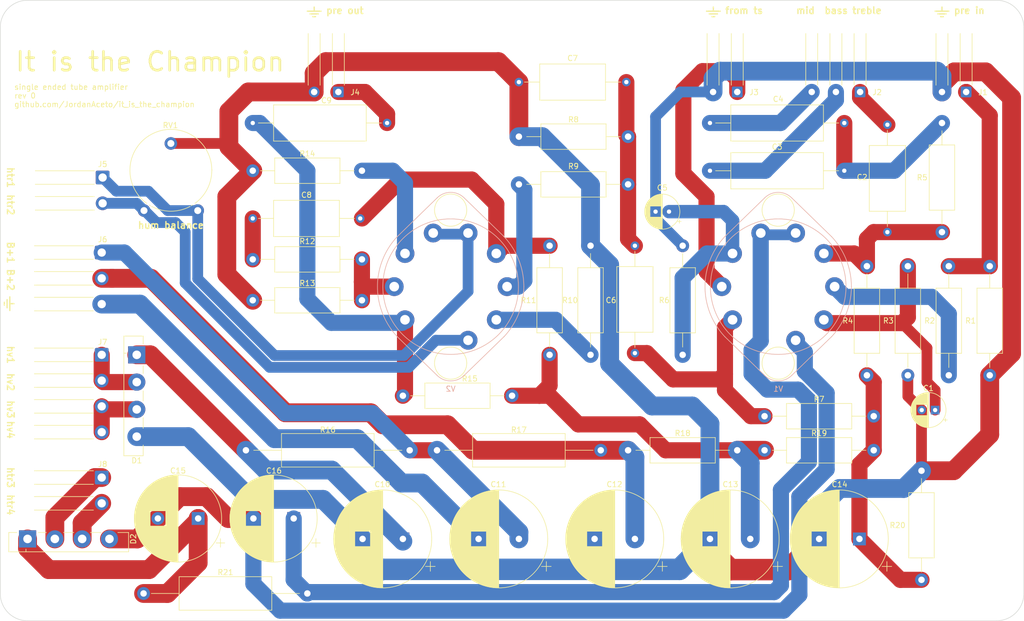
<source format=kicad_pcb>
(kicad_pcb (version 20171130) (host pcbnew 5.1.10-88a1d61d58~90~ubuntu20.04.1)
  (title_block (title "It is the Champion") (date 2021-08-17) (rev 0) (comment 1 creativecommons.org/licenses/by/4.0/) (comment 2 "License: CC by 4.0") (comment 3 "Author: Jordan Aceto"))
  (layers (0 F.Cu signal) (31 B.Cu signal) (34 B.Paste user) (35 F.Paste user) (36 B.SilkS user) (37 F.SilkS user) (38 B.Mask user) (39 F.Mask user) (44 Edge.Cuts user))
  (net 0 "")
  (net 1 Earth)
  (net 2 "Net-(C1-Pad1)")
  (net 3 "Net-(C2-Pad2)")
  (net 4 "Net-(C2-Pad1)")
  (net 5 "Net-(C3-Pad2)")
  (net 6 "Net-(C3-Pad1)")
  (net 7 "Net-(C4-Pad1)")
  (net 8 "Net-(C5-Pad1)")
  (net 9 "Net-(C6-Pad2)")
  (net 10 "Net-(C6-Pad1)")
  (net 11 "Net-(C8-Pad2)")
  (net 12 "Net-(C8-Pad1)")
  (net 13 "Net-(C9-Pad2)")
  (net 14 /preamp/audio_out)
  (net 15 "Net-(C10-Pad1)")
  (net 16 "Net-(D1-Pad2)")
  (net 17 "Net-(D1-Pad3)")
  (net 18 "Net-(C15-Pad1)")
  (net 19 "Net-(D2-Pad2)")
  (net 20 "Net-(D2-Pad3)")
  (net 21 /preamp/audio_in)
  (net 22 "Net-(J3-Pad1)")
  (net 23 B+_2)
  (net 24 B+_1)
  (net 25 "Net-(R2-Pad1)")
  (net 26 B+_4)
  (net 27 "Net-(R9-Pad1)")
  (net 28 "Net-(R10-Pad1)")
  (net 29 B+_3)
  (net 30 "Net-(R12-Pad2)")
  (net 31 "Net-(R14-Pad1)")
  (net 32 "Net-(C16-Pad1)")
  (net 33 "Net-(J5-Pad2)")
  (net 34 "Net-(J5-Pad1)")
  (module Capacitor_THT:CP_Radial_D16.0mm_P7.50mm (layer F.Cu) (at 44.45 121.92 180)
    (fp_text reference C16 (at 3.683 8.89) (layer F.SilkS))
    (fp_text value "10000u 10v")
    (pad 2 thru_hole circle (at 7.5 0 180) (size 2.4 2.4) (drill 1.2) (layers *.Cu *.Mask) (net 1 Earth))
    (pad 1 thru_hole rect (at 0 0 180) (size 2.4 2.4) (drill 1.2) (layers *.Cu *.Mask) (net 32 "Net-(C16-Pad1)"))
  )
  (module Capacitor_THT:CP_Radial_D16.0mm_P7.50mm (layer F.Cu) (at 26.67 121.92 180)
    (fp_text reference C15 (at 3.75 8.89) (layer F.SilkS))
    (fp_text value "10000u 10v")
    (pad 2 thru_hole circle (at 7.5 0 180) (size 2.4 2.4) (drill 1.2) (layers *.Cu *.Mask) (net 1 Earth))
    (pad 1 thru_hole rect (at 0 0 180) (size 2.4 2.4) (drill 1.2) (layers *.Cu *.Mask) (net 18 "Net-(C15-Pad1)"))
  )
  (module Resistor_THT:R_Axial_DIN0414_L11.9mm_D4.5mm_P20.32mm_Horizontal (layer F.Cu) (at 116.84 91.44 90)
    (fp_text reference R6 (at 10.16 -3.429 180) (layer F.SilkS))
    (fp_text value 2k7)
    (pad 2 thru_hole oval (at 20.32 0 90) (size 2.4 2.4) (drill 1.2) (layers *.Cu *.Mask) (net 1 Earth))
    (pad 1 thru_hole circle (at 0 0 90) (size 2.4 2.4) (drill 1.2) (layers *.Cu *.Mask) (net 8 "Net-(C5-Pad1)"))
  )
  (module Connector_Wire:SolderWire-0.75sqmm_1x02_P4.8mm_D1.25mm_OD2.3mm_Relief (layer F.Cu) (at 8.72 114.3 270)
    (fp_text reference J8 (at -2.485 -0.17 180) (layer F.SilkS))
    (fp_text value dc_htr_pcb)
    (pad "" np_thru_hole circle (at 4.8 13.8 270) (size 2.8 2.8) (drill 2.8) (layers *.Cu *.Mask))
    (pad "" np_thru_hole circle (at 0 13.8 270) (size 2.8 2.8) (drill 2.8) (layers *.Cu *.Mask))
    (pad 2 thru_hole circle (at 4.8 0 270) (size 2.55 2.55) (drill 1.55) (layers *.Cu *.Mask) (net 20 "Net-(D2-Pad3)"))
    (pad 1 thru_hole roundrect (at 0 0 270) (size 2.55 2.55) (drill 1.55) (layers *.Cu *.Mask) (roundrect_rratio 0.09803882352941176) (net 19 "Net-(D2-Pad2)"))
  )
  (module Diode_THT:Diode_Bridge_Vishay_GBU (layer F.Cu) (at 15.24 91.44 270)
    (fp_text reference D1 (at 19.685 0) (layer F.SilkS))
    (fp_text value GBU4M)
    (pad 1 thru_hole rect (at 0 0 270) (size 3.2 3.2) (drill 1.6) (layers *.Cu *.Mask) (net 15 "Net-(C10-Pad1)"))
    (pad 2 thru_hole circle (at 5.08 0 270) (size 3.2 3.2) (drill 1.6) (layers *.Cu *.Mask) (net 16 "Net-(D1-Pad2)"))
    (pad 3 thru_hole circle (at 10.16 0 270) (size 3.2 3.2) (drill 1.6) (layers *.Cu *.Mask) (net 17 "Net-(D1-Pad3)"))
    (pad 4 thru_hole circle (at 15.24 0 270) (size 3.2 3.2) (drill 1.6) (layers *.Cu *.Mask) (net 1 Earth))
  )
  (module Capacitor_THT:CP_Radial_D18.0mm_P7.50mm (layer F.Cu) (at 149.74 125.73 180)
    (fp_text reference C14 (at 3.69 10.16) (layer F.SilkS))
    (fp_text value "56u 450v")
    (pad 2 thru_hole circle (at 7.5 0 180) (size 2.4 2.4) (drill 1.2) (layers *.Cu *.Mask) (net 1 Earth))
    (pad 1 thru_hole rect (at 0 0 180) (size 2.4 2.4) (drill 1.2) (layers *.Cu *.Mask) (net 26 B+_4))
  )
  (module Capacitor_THT:CP_Radial_D18.0mm_P7.50mm (layer F.Cu) (at 129.42 125.73 180)
    (fp_text reference C13 (at 3.69 10.16) (layer F.SilkS))
    (fp_text value "56u 450v")
    (pad 2 thru_hole circle (at 7.5 0 180) (size 2.4 2.4) (drill 1.2) (layers *.Cu *.Mask) (net 1 Earth))
    (pad 1 thru_hole rect (at 0 0 180) (size 2.4 2.4) (drill 1.2) (layers *.Cu *.Mask) (net 29 B+_3))
  )
  (module Capacitor_THT:CP_Radial_D18.0mm_P7.50mm (layer F.Cu) (at 107.95 125.73 180)
    (fp_text reference C12 (at 3.81 10.16) (layer F.SilkS))
    (fp_text value "56u 450v")
    (pad 2 thru_hole circle (at 7.5 0 180) (size 2.4 2.4) (drill 1.2) (layers *.Cu *.Mask) (net 1 Earth))
    (pad 1 thru_hole rect (at 0 0 180) (size 2.4 2.4) (drill 1.2) (layers *.Cu *.Mask) (net 23 B+_2))
  )
  (module Capacitor_THT:CP_Radial_D18.0mm_P7.50mm (layer F.Cu) (at 86.36 125.73 180)
    (fp_text reference C11 (at 3.81 10.16) (layer F.SilkS))
    (fp_text value "56u 450v")
    (pad 2 thru_hole circle (at 7.5 0 180) (size 2.4 2.4) (drill 1.2) (layers *.Cu *.Mask) (net 1 Earth))
    (pad 1 thru_hole rect (at 0 0 180) (size 2.4 2.4) (drill 1.2) (layers *.Cu *.Mask) (net 24 B+_1))
  )
  (module Capacitor_THT:CP_Radial_D18.0mm_P7.50mm (layer F.Cu) (at 64.77 125.73 180)
    (fp_text reference C10 (at 3.81 10.16) (layer F.SilkS))
    (fp_text value "56u 450v")
    (pad 2 thru_hole circle (at 7.5 0 180) (size 2.4 2.4) (drill 1.2) (layers *.Cu *.Mask) (net 1 Earth))
    (pad 1 thru_hole rect (at 0 0 180) (size 2.4 2.4) (drill 1.2) (layers *.Cu *.Mask) (net 15 "Net-(C10-Pad1)"))
  )
  (module custom_footprints:signal_wire_connector_2 (layer F.Cu) (at 52.76 42.48 180)
    (fp_text reference J4 (at -3.12 -0.065 180) (layer F.SilkS))
    (fp_text value pa_pcb)
    (pad 1 thru_hole roundrect (at 0 0 180) (size 2 2) (drill 1.2) (layers *.Cu *.Mask) (roundrect_rratio 0.125) (net 14 /preamp/audio_out))
    (pad 2 thru_hole circle (at 4.5 0 180) (size 2 2) (drill 1.2) (layers *.Cu *.Mask) (net 1 Earth))
    (pad "" np_thru_hole circle (at 0 12 180) (size 2.5 2.5) (drill 2.5) (layers *.Cu *.Mask))
    (pad "" np_thru_hole circle (at 4.5 12 180) (size 2.5 2.5) (drill 2.5) (layers *.Cu *.Mask))
  )
  (module custom_footprints:signal_wire_connector_2 (layer F.Cu) (at 127 42.48 180)
    (fp_text reference J3 (at -3.12 -0.065 180) (layer F.SilkS))
    (fp_text value gain_pcb)
    (pad 1 thru_hole roundrect (at 0 0 180) (size 2 2) (drill 1.2) (layers *.Cu *.Mask) (roundrect_rratio 0.125) (net 22 "Net-(J3-Pad1)"))
    (pad 2 thru_hole circle (at 4.5 0 180) (size 2 2) (drill 1.2) (layers *.Cu *.Mask) (net 1 Earth))
    (pad "" np_thru_hole circle (at 0 12 180) (size 2.5 2.5) (drill 2.5) (layers *.Cu *.Mask))
    (pad "" np_thru_hole circle (at 4.5 12 180) (size 2.5 2.5) (drill 2.5) (layers *.Cu *.Mask))
  )
  (module custom_footprints:signal_wire_connector_3 (layer F.Cu) (at 149.86 42.48 180)
    (fp_text reference J2 (at -3.175 -0.065 180) (layer F.SilkS))
    (fp_text value ts_pcb)
    (pad 1 thru_hole roundrect (at 0 0 180) (size 2 2) (drill 1.2) (layers *.Cu *.Mask) (roundrect_rratio 0.125) (net 4 "Net-(C2-Pad1)"))
    (pad 2 thru_hole circle (at 4.5 0 180) (size 2 2) (drill 1.2) (layers *.Cu *.Mask) (net 6 "Net-(C3-Pad1)"))
    (pad 3 thru_hole circle (at 9 0 180) (size 2 2) (drill 1.2) (layers *.Cu *.Mask) (net 7 "Net-(C4-Pad1)"))
    (pad "" np_thru_hole circle (at 0 12 180) (size 2.5 2.5) (drill 2.5) (layers *.Cu *.Mask))
    (pad "" np_thru_hole circle (at 4.5 12 180) (size 2.5 2.5) (drill 2.5) (layers *.Cu *.Mask))
    (pad "" np_thru_hole circle (at 9 12 180) (size 2.5 2.5) (drill 2.5) (layers *.Cu *.Mask))
  )
  (module custom_footprints:signal_wire_connector_2 (layer F.Cu) (at 169.6 42.48 180)
    (fp_text reference J1 (at -3.12 -0.065 180) (layer F.SilkS))
    (fp_text value in_pcb)
    (pad 1 thru_hole roundrect (at 0 0 180) (size 2 2) (drill 1.2) (layers *.Cu *.Mask) (roundrect_rratio 0.125) (net 21 /preamp/audio_in))
    (pad 2 thru_hole circle (at 4.5 0 180) (size 2 2) (drill 1.2) (layers *.Cu *.Mask) (net 1 Earth))
    (pad "" np_thru_hole circle (at 0 12 180) (size 2.5 2.5) (drill 2.5) (layers *.Cu *.Mask))
    (pad "" np_thru_hole circle (at 4.5 12 180) (size 2.5 2.5) (drill 2.5) (layers *.Cu *.Mask))
  )
  (module Diode_THT:Diode_Bridge_Vishay_GBU (layer F.Cu) (at -5.08 125.73)
    (fp_text reference D2 (at 19.685 0 90) (layer F.SilkS))
    (fp_text value GBU4M)
    (pad 1 thru_hole rect (at 0 0) (size 3.2 3.2) (drill 1.6) (layers *.Cu *.Mask) (net 18 "Net-(C15-Pad1)"))
    (pad 2 thru_hole circle (at 5.08 0) (size 3.2 3.2) (drill 1.6) (layers *.Cu *.Mask) (net 19 "Net-(D2-Pad2)"))
    (pad 3 thru_hole circle (at 10.16 0) (size 3.2 3.2) (drill 1.6) (layers *.Cu *.Mask) (net 20 "Net-(D2-Pad3)"))
    (pad 4 thru_hole circle (at 15.24 0) (size 3.2 3.2) (drill 1.6) (layers *.Cu *.Mask) (net 1 Earth))
  )
  (module Connector_Wire:SolderWire-0.75sqmm_1x02_P4.8mm_D1.25mm_OD2.3mm_Relief (layer F.Cu) (at 8.89 58.42 270)
    (fp_text reference J5 (at -2.485 0 180) (layer F.SilkS))
    (fp_text value ac_htr_pcb)
    (pad "" np_thru_hole circle (at 4.8 13.8 270) (size 2.8 2.8) (drill 2.8) (layers *.Cu *.Mask))
    (pad "" np_thru_hole circle (at 0 13.8 270) (size 2.8 2.8) (drill 2.8) (layers *.Cu *.Mask))
    (pad 2 thru_hole circle (at 4.8 0 270) (size 2.55 2.55) (drill 1.55) (layers *.Cu *.Mask) (net 33 "Net-(J5-Pad2)"))
    (pad 1 thru_hole roundrect (at 0 0 270) (size 2.55 2.55) (drill 1.55) (layers *.Cu *.Mask) (roundrect_rratio 0.09803882352941176) (net 34 "Net-(J5-Pad1)"))
  )
  (module Connector_Wire:SolderWire-0.75sqmm_1x04_P4.8mm_D1.25mm_OD2.3mm_Relief (layer F.Cu) (at 8.72 91.44 270)
    (fp_text reference J7 (at -2.375 -0.17 180) (layer F.SilkS))
    (fp_text value high_voltage_pcb)
    (pad "" np_thru_hole circle (at 14.4 13.8 270) (size 2.8 2.8) (drill 2.8) (layers *.Cu *.Mask))
    (pad "" np_thru_hole circle (at 9.6 13.8 270) (size 2.8 2.8) (drill 2.8) (layers *.Cu *.Mask))
    (pad "" np_thru_hole circle (at 4.8 13.8 270) (size 2.8 2.8) (drill 2.8) (layers *.Cu *.Mask))
    (pad "" np_thru_hole circle (at 0 13.8 270) (size 2.8 2.8) (drill 2.8) (layers *.Cu *.Mask))
    (pad 4 thru_hole circle (at 14.4 0 270) (size 2.55 2.55) (drill 1.55) (layers *.Cu *.Mask) (net 17 "Net-(D1-Pad3)"))
    (pad 3 thru_hole circle (at 9.6 0 270) (size 2.55 2.55) (drill 1.55) (layers *.Cu *.Mask) (net 17 "Net-(D1-Pad3)"))
    (pad 2 thru_hole circle (at 4.8 0 270) (size 2.55 2.55) (drill 1.55) (layers *.Cu *.Mask) (net 16 "Net-(D1-Pad2)"))
    (pad 1 thru_hole roundrect (at 0 0 270) (size 2.55 2.55) (drill 1.55) (layers *.Cu *.Mask) (roundrect_rratio 0.09803882352941176) (net 16 "Net-(D1-Pad2)"))
  )
  (module Connector_Wire:SolderWire-0.75sqmm_1x03_P4.8mm_D1.25mm_OD2.3mm_Relief (layer F.Cu) (at 8.72 72.39 270)
    (fp_text reference J6 (at -2.43 -0.17 180) (layer F.SilkS))
    (fp_text value pa_b+_pcb)
    (pad "" np_thru_hole circle (at 9.6 13.8 270) (size 2.8 2.8) (drill 2.8) (layers *.Cu *.Mask))
    (pad "" np_thru_hole circle (at 4.8 13.8 270) (size 2.8 2.8) (drill 2.8) (layers *.Cu *.Mask))
    (pad "" np_thru_hole circle (at 0 13.8 270) (size 2.8 2.8) (drill 2.8) (layers *.Cu *.Mask))
    (pad 3 thru_hole circle (at 9.6 0 270) (size 2.55 2.55) (drill 1.55) (layers *.Cu *.Mask) (net 1 Earth))
    (pad 2 thru_hole circle (at 4.8 0 270) (size 2.55 2.55) (drill 1.55) (layers *.Cu *.Mask) (net 23 B+_2))
    (pad 1 thru_hole roundrect (at 0 0 270) (size 2.55 2.55) (drill 1.55) (layers *.Cu *.Mask) (roundrect_rratio 0.09803882352941176) (net 24 B+_1))
  )
  (module custom_footprints:belton_9_pin_pcb_mount_socket (layer B.Cu) (at 134.62 78.74)
    (fp_text reference V1 (at 0 19.05 180) (layer B.SilkS) (effects (justify mirror)))
    (fp_text value 12AX7)
    (pad 1 thru_hole oval (at -8.494678 6.171745) (size 3.5 3.5) (drill 1.8) (layers *.Cu *.Mask) (net 9 "Net-(C6-Pad2)"))
    (pad 2 thru_hole oval (at -10.5 0) (size 3.5 3.5) (drill 1.8) (layers *.Cu *.Mask) (net 22 "Net-(J3-Pad1)"))
    (pad 3 thru_hole oval (at -8.494678 -6.171745) (size 3.5 3.5) (drill 1.8) (layers *.Cu *.Mask) (net 8 "Net-(C5-Pad1)"))
    (pad 4 thru_hole oval (at -3.244678 -9.986093) (size 3.5 3.5) (drill 1.8) (layers *.Cu *.Mask) (net 32 "Net-(C16-Pad1)"))
    (pad 5 thru_hole oval (at 3.244678 -9.986093) (size 3.5 3.5) (drill 1.8) (layers *.Cu *.Mask) (net 32 "Net-(C16-Pad1)"))
    (pad 6 thru_hole oval (at 8.494678 -6.171745) (size 3.5 3.5) (drill 1.8) (layers *.Cu *.Mask) (net 3 "Net-(C2-Pad2)"))
    (pad 7 thru_hole oval (at 10.5 0) (size 3.5 3.5) (drill 1.8) (layers *.Cu *.Mask) (net 25 "Net-(R2-Pad1)"))
    (pad 8 thru_hole oval (at 8.494678 6.171745) (size 3.5 3.5) (drill 1.8) (layers *.Cu *.Mask) (net 2 "Net-(C1-Pad1)"))
    (pad 9 thru_hole oval (at 3.244678 9.986093) (size 3.5 3.5) (drill 1.8) (layers *.Cu *.Mask) (net 1 Earth))
    (pad "" np_thru_hole circle (at 0 14.25) (size 3.1 3.1) (drill 3.1) (layers *.Cu *.Mask))
    (pad "" np_thru_hole circle (at 0 -14.25) (size 3.1 3.1) (drill 3.1) (layers *.Cu *.Mask))
    (pad "" np_thru_hole circle (at 0 0) (size 3.1 3.1) (drill 3.1) (layers *.Cu *.Mask))
  )
  (module custom_footprints:belton_9_pin_pcb_mount_socket (layer B.Cu) (at 73.66 78.74)
    (fp_text reference V2 (at 0 19.05) (layer B.SilkS) (effects (justify mirror)))
    (fp_text value 12AX7)
    (pad 1 thru_hole oval (at -8.494678 6.171745) (size 3.5 3.5) (drill 1.8) (layers *.Cu *.Mask) (net 13 "Net-(C9-Pad2)"))
    (pad 2 thru_hole oval (at -10.5 0) (size 3.5 3.5) (drill 1.8) (layers *.Cu *.Mask) (net 30 "Net-(R12-Pad2)"))
    (pad 3 thru_hole oval (at -8.494678 -6.171745) (size 3.5 3.5) (drill 1.8) (layers *.Cu *.Mask) (net 31 "Net-(R14-Pad1)"))
    (pad 4 thru_hole oval (at -3.244678 -9.986093) (size 3.5 3.5) (drill 1.8) (layers *.Cu *.Mask) (net 34 "Net-(J5-Pad1)"))
    (pad 5 thru_hole oval (at 3.244678 -9.986093) (size 3.5 3.5) (drill 1.8) (layers *.Cu *.Mask) (net 34 "Net-(J5-Pad1)"))
    (pad 6 thru_hole oval (at 8.494678 -6.171745) (size 3.5 3.5) (drill 1.8) (layers *.Cu *.Mask) (net 11 "Net-(C8-Pad2)"))
    (pad 7 thru_hole oval (at 10.5 0) (size 3.5 3.5) (drill 1.8) (layers *.Cu *.Mask) (net 27 "Net-(R9-Pad1)"))
    (pad 8 thru_hole oval (at 8.494678 6.171745) (size 3.5 3.5) (drill 1.8) (layers *.Cu *.Mask) (net 28 "Net-(R10-Pad1)"))
    (pad 9 thru_hole oval (at 3.244678 9.986093) (size 3.5 3.5) (drill 1.8) (layers *.Cu *.Mask) (net 33 "Net-(J5-Pad2)"))
    (pad "" np_thru_hole circle (at 0 14.25) (size 3.1 3.1) (drill 3.1) (layers *.Cu *.Mask))
    (pad "" np_thru_hole circle (at 0 -14.25) (size 3.1 3.1) (drill 3.1) (layers *.Cu *.Mask))
    (pad "" np_thru_hole circle (at 0 0) (size 3.1 3.1) (drill 3.1) (layers *.Cu *.Mask))
  )
  (module MountingHole:MountingHole_3.2mm_M3 (layer F.Cu) (at -5.08 135.89)
    (fp_text reference H4 hide)
    (fp_text value MountingHole)
    (pad 1 np_thru_hole circle (at 0 0) (size 3.2 3.2) (drill 3.2) (layers *.Cu *.Mask))
  )
  (module MountingHole:MountingHole_3.2mm_M3 (layer F.Cu) (at 175.26 135.89)
    (fp_text reference H3 hide)
    (fp_text value MountingHole)
    (pad 1 np_thru_hole circle (at 0 0) (size 3.2 3.2) (drill 3.2) (layers *.Cu *.Mask))
  )
  (module MountingHole:MountingHole_3.2mm_M3 (layer F.Cu) (at 175.26 30.48)
    (fp_text reference H2 hide)
    (fp_text value MountingHole)
    (pad 1 np_thru_hole circle (at 0 0) (size 3.2 3.2) (drill 3.2) (layers *.Cu *.Mask))
  )
  (module MountingHole:MountingHole_3.2mm_M3 (layer F.Cu) (at -5.08 30.48)
    (fp_text reference H1 hide)
    (fp_text value MountingHole)
    (pad 1 np_thru_hole circle (at 0 0) (size 3.2 3.2) (drill 3.2) (layers *.Cu *.Mask))
  )
  (module Capacitor_THT:C_Axial_L12.0mm_D6.5mm_P20.00mm_Horizontal (layer F.Cu) (at 36.83 66.04)
    (fp_text reference C8 (at 10 -4.37) (layer F.SilkS))
    (fp_text value "4n7 450v")
    (pad 2 thru_hole oval (at 20 0) (size 1.6 1.6) (drill 0.8) (layers *.Cu *.Mask) (net 11 "Net-(C8-Pad2)"))
    (pad 1 thru_hole circle (at 0 0) (size 1.6 1.6) (drill 0.8) (layers *.Cu *.Mask) (net 12 "Net-(C8-Pad1)"))
  )
  (module Resistor_THT:R_Axial_DIN0617_L17.0mm_D6.0mm_P30.48mm_Horizontal (layer F.Cu) (at 46.99 135.89 180)
    (fp_text reference R21 (at 15.24 3.937) (layer F.SilkS))
    (fp_text value "3R3 5W")
    (pad 2 thru_hole oval (at 30.48 0 180) (size 2.4 2.4) (drill 1.2) (layers *.Cu *.Mask) (net 18 "Net-(C15-Pad1)"))
    (pad 1 thru_hole circle (at 0 0 180) (size 2.4 2.4) (drill 1.2) (layers *.Cu *.Mask) (net 32 "Net-(C16-Pad1)"))
  )
  (module Potentiometer_THT:Potentiometer_Piher_PT-15-V02_Vertical (layer F.Cu) (at 26.59 64.57 90)
    (fp_text reference RV1 (at 15.875 -5.08 180) (layer F.SilkS))
    (fp_text value 500R)
    (pad 1 thru_hole circle (at 0 0 90) (size 2.34 2.34) (drill 1.3) (layers *.Cu *.Mask) (net 34 "Net-(J5-Pad1)"))
    (pad 2 thru_hole circle (at 12.5 -5 90) (size 2.34 2.34) (drill 1.3) (layers *.Cu *.Mask) (net 1 Earth))
    (pad 3 thru_hole circle (at 0 -10 90) (size 2.34 2.34) (drill 1.3) (layers *.Cu *.Mask) (net 33 "Net-(J5-Pad2)"))
  )
  (module Resistor_THT:R_Axial_DIN0414_L11.9mm_D4.5mm_P20.32mm_Horizontal (layer F.Cu) (at 161.29 133.35 90)
    (fp_text reference R20 (at 10.16 -4.445 180) (layer F.SilkS))
    (fp_text value "220k 1W")
    (pad 2 thru_hole oval (at 20.32 0 90) (size 2.4 2.4) (drill 1.2) (layers *.Cu *.Mask) (net 1 Earth))
    (pad 1 thru_hole circle (at 0 0 90) (size 2.4 2.4) (drill 1.2) (layers *.Cu *.Mask) (net 26 B+_4))
  )
  (module Resistor_THT:R_Axial_DIN0414_L11.9mm_D4.5mm_P20.32mm_Horizontal (layer F.Cu) (at 152.4 109.22 180)
    (fp_text reference R19 (at 10.16 3.175) (layer F.SilkS))
    (fp_text value "10k 1W")
    (pad 2 thru_hole oval (at 20.32 0 180) (size 2.4 2.4) (drill 1.2) (layers *.Cu *.Mask) (net 29 B+_3))
    (pad 1 thru_hole circle (at 0 0 180) (size 2.4 2.4) (drill 1.2) (layers *.Cu *.Mask) (net 26 B+_4))
  )
  (module Resistor_THT:R_Axial_DIN0414_L11.9mm_D4.5mm_P20.32mm_Horizontal (layer F.Cu) (at 127 109.22 180)
    (fp_text reference R18 (at 10.16 3.175) (layer F.SilkS))
    (fp_text value "10k 1W")
    (pad 2 thru_hole oval (at 20.32 0 180) (size 2.4 2.4) (drill 1.2) (layers *.Cu *.Mask) (net 23 B+_2))
    (pad 1 thru_hole circle (at 0 0 180) (size 2.4 2.4) (drill 1.2) (layers *.Cu *.Mask) (net 29 B+_3))
  )
  (module Resistor_THT:R_Axial_DIN0617_L17.0mm_D6.0mm_P30.48mm_Horizontal (layer F.Cu) (at 101.6 109.22 180)
    (fp_text reference R17 (at 15.24 3.81) (layer F.SilkS))
    (fp_text value "5k 5W")
    (pad 2 thru_hole oval (at 30.48 0 180) (size 2.4 2.4) (drill 1.2) (layers *.Cu *.Mask) (net 24 B+_1))
    (pad 1 thru_hole circle (at 0 0 180) (size 2.4 2.4) (drill 1.2) (layers *.Cu *.Mask) (net 23 B+_2))
  )
  (module Resistor_THT:R_Axial_DIN0617_L17.0mm_D6.0mm_P30.48mm_Horizontal (layer F.Cu) (at 66.04 109.22 180)
    (fp_text reference R16 (at 15.24 3.81) (layer F.SilkS))
    (fp_text value "100R 5W")
    (pad 2 thru_hole oval (at 30.48 0 180) (size 2.4 2.4) (drill 1.2) (layers *.Cu *.Mask) (net 15 "Net-(C10-Pad1)"))
    (pad 1 thru_hole circle (at 0 0 180) (size 2.4 2.4) (drill 1.2) (layers *.Cu *.Mask) (net 24 B+_1))
  )
  (module Resistor_THT:R_Axial_DIN0414_L11.9mm_D4.5mm_P20.32mm_Horizontal (layer F.Cu) (at 85.09 99.06 180)
    (fp_text reference R15 (at 7.874 3.175) (layer F.SilkS))
    (fp_text value "100k 1W")
    (pad 2 thru_hole oval (at 20.32 0 180) (size 2.4 2.4) (drill 1.2) (layers *.Cu *.Mask) (net 13 "Net-(C9-Pad2)"))
    (pad 1 thru_hole circle (at 0 0 180) (size 2.4 2.4) (drill 1.2) (layers *.Cu *.Mask) (net 29 B+_3))
  )
  (module Resistor_THT:R_Axial_DIN0414_L11.9mm_D4.5mm_P20.32mm_Horizontal (layer F.Cu) (at 57.15 57.15 180)
    (fp_text reference R14 (at 10.16 3.175) (layer F.SilkS))
    (fp_text value 1k5)
    (pad 2 thru_hole oval (at 20.32 0 180) (size 2.4 2.4) (drill 1.2) (layers *.Cu *.Mask) (net 1 Earth))
    (pad 1 thru_hole circle (at 0 0 180) (size 2.4 2.4) (drill 1.2) (layers *.Cu *.Mask) (net 31 "Net-(R14-Pad1)"))
  )
  (module Resistor_THT:R_Axial_DIN0414_L11.9mm_D4.5mm_P20.32mm_Horizontal (layer F.Cu) (at 57.15 81.28 180)
    (fp_text reference R13 (at 10.16 3.175) (layer F.SilkS))
    (fp_text value 220k)
    (pad 2 thru_hole oval (at 20.32 0 180) (size 2.4 2.4) (drill 1.2) (layers *.Cu *.Mask) (net 1 Earth))
    (pad 1 thru_hole circle (at 0 0 180) (size 2.4 2.4) (drill 1.2) (layers *.Cu *.Mask) (net 30 "Net-(R12-Pad2)"))
  )
  (module Resistor_THT:R_Axial_DIN0414_L11.9mm_D4.5mm_P20.32mm_Horizontal (layer F.Cu) (at 36.83 73.66)
    (fp_text reference R12 (at 10.16 -3.37) (layer F.SilkS))
    (fp_text value 220k)
    (pad 2 thru_hole oval (at 20.32 0) (size 2.4 2.4) (drill 1.2) (layers *.Cu *.Mask) (net 30 "Net-(R12-Pad2)"))
    (pad 1 thru_hole circle (at 0 0) (size 2.4 2.4) (drill 1.2) (layers *.Cu *.Mask) (net 12 "Net-(C8-Pad1)"))
  )
  (module Resistor_THT:R_Axial_DIN0414_L11.9mm_D4.5mm_P20.32mm_Horizontal (layer F.Cu) (at 92.075 91.44 90)
    (fp_text reference R11 (at 10.16 -3.937 180) (layer F.SilkS))
    (fp_text value "100k 1W")
    (pad 2 thru_hole oval (at 20.32 0 90) (size 2.4 2.4) (drill 1.2) (layers *.Cu *.Mask) (net 11 "Net-(C8-Pad2)"))
    (pad 1 thru_hole circle (at 0 0 90) (size 2.4 2.4) (drill 1.2) (layers *.Cu *.Mask) (net 29 B+_3))
  )
  (module Resistor_THT:R_Axial_DIN0414_L11.9mm_D4.5mm_P20.32mm_Horizontal (layer F.Cu) (at 99.695 91.44 90)
    (fp_text reference R10 (at 10.16 -3.81 180) (layer F.SilkS))
    (fp_text value 10k)
    (pad 2 thru_hole oval (at 20.32 0 90) (size 2.4 2.4) (drill 1.2) (layers *.Cu *.Mask) (net 1 Earth))
    (pad 1 thru_hole circle (at 0 0 90) (size 2.4 2.4) (drill 1.2) (layers *.Cu *.Mask) (net 28 "Net-(R10-Pad1)"))
  )
  (module Resistor_THT:R_Axial_DIN0414_L11.9mm_D4.5mm_P20.32mm_Horizontal (layer F.Cu) (at 86.36 59.69)
    (fp_text reference R9 (at 10.16 -3.37) (layer F.SilkS))
    (fp_text value 5k6)
    (pad 2 thru_hole oval (at 20.32 0) (size 2.4 2.4) (drill 1.2) (layers *.Cu *.Mask) (net 10 "Net-(C6-Pad1)"))
    (pad 1 thru_hole circle (at 0 0) (size 2.4 2.4) (drill 1.2) (layers *.Cu *.Mask) (net 27 "Net-(R9-Pad1)"))
  )
  (module Resistor_THT:R_Axial_DIN0414_L11.9mm_D4.5mm_P20.32mm_Horizontal (layer F.Cu) (at 106.68 50.8 180)
    (fp_text reference R8 (at 10.16 3.175) (layer F.SilkS))
    (fp_text value 150k)
    (pad 2 thru_hole oval (at 20.32 0 180) (size 2.4 2.4) (drill 1.2) (layers *.Cu *.Mask) (net 1 Earth))
    (pad 1 thru_hole circle (at 0 0 180) (size 2.4 2.4) (drill 1.2) (layers *.Cu *.Mask) (net 10 "Net-(C6-Pad1)"))
  )
  (module Resistor_THT:R_Axial_DIN0414_L11.9mm_D4.5mm_P20.32mm_Horizontal (layer F.Cu) (at 152.4 102.87 180)
    (fp_text reference R7 (at 10.16 3.175) (layer F.SilkS))
    (fp_text value "100k 1W")
    (pad 2 thru_hole oval (at 20.32 0 180) (size 2.4 2.4) (drill 1.2) (layers *.Cu *.Mask) (net 9 "Net-(C6-Pad2)"))
    (pad 1 thru_hole circle (at 0 0 180) (size 2.4 2.4) (drill 1.2) (layers *.Cu *.Mask) (net 26 B+_4))
  )
  (module Resistor_THT:R_Axial_DIN0414_L11.9mm_D4.5mm_P20.32mm_Horizontal (layer F.Cu) (at 165.1 68.58 90)
    (fp_text reference R5 (at 10.16 -3.683 180) (layer F.SilkS))
    (fp_text value 100k)
    (pad 2 thru_hole oval (at 20.32 0 90) (size 2.4 2.4) (drill 1.2) (layers *.Cu *.Mask) (net 5 "Net-(C3-Pad2)"))
    (pad 1 thru_hole circle (at 0 0 90) (size 2.4 2.4) (drill 1.2) (layers *.Cu *.Mask) (net 3 "Net-(C2-Pad2)"))
  )
  (module Resistor_THT:R_Axial_DIN0414_L11.9mm_D4.5mm_P20.32mm_Horizontal (layer F.Cu) (at 151.13 95.25 90)
    (fp_text reference R4 (at 10.16 -3.556 180) (layer F.SilkS))
    (fp_text value "100k 1W")
    (pad 2 thru_hole oval (at 20.32 0 90) (size 2.4 2.4) (drill 1.2) (layers *.Cu *.Mask) (net 3 "Net-(C2-Pad2)"))
    (pad 1 thru_hole circle (at 0 0 90) (size 2.4 2.4) (drill 1.2) (layers *.Cu *.Mask) (net 26 B+_4))
  )
  (module Resistor_THT:R_Axial_DIN0414_L11.9mm_D4.5mm_P20.32mm_Horizontal (layer F.Cu) (at 158.75 74.93 270)
    (fp_text reference R3 (at 10.16 3.6195 180) (layer F.SilkS))
    (fp_text value 1k5)
    (pad 2 thru_hole oval (at 20.32 0 270) (size 2.4 2.4) (drill 1.2) (layers *.Cu *.Mask) (net 1 Earth))
    (pad 1 thru_hole circle (at 0 0 270) (size 2.4 2.4) (drill 1.2) (layers *.Cu *.Mask) (net 2 "Net-(C1-Pad1)"))
  )
  (module Resistor_THT:R_Axial_DIN0414_L11.9mm_D4.5mm_P20.32mm_Horizontal (layer F.Cu) (at 166.37 95.25 90)
    (fp_text reference R2 (at 10.16 -3.556 180) (layer F.SilkS))
    (fp_text value 33k)
    (pad 2 thru_hole oval (at 20.32 0 90) (size 2.4 2.4) (drill 1.2) (layers *.Cu *.Mask) (net 21 /preamp/audio_in))
    (pad 1 thru_hole circle (at 0 0 90) (size 2.4 2.4) (drill 1.2) (layers *.Cu *.Mask) (net 25 "Net-(R2-Pad1)"))
  )
  (module Resistor_THT:R_Axial_DIN0414_L11.9mm_D4.5mm_P20.32mm_Horizontal (layer F.Cu) (at 173.99 74.93 270)
    (fp_text reference R1 (at 10.16 3.556 180) (layer F.SilkS))
    (fp_text value 1M)
    (pad 2 thru_hole oval (at 20.32 0 270) (size 2.4 2.4) (drill 1.2) (layers *.Cu *.Mask) (net 1 Earth))
    (pad 1 thru_hole circle (at 0 0 270) (size 2.4 2.4) (drill 1.2) (layers *.Cu *.Mask) (net 21 /preamp/audio_in))
  )
  (module Capacitor_THT:C_Axial_L17.0mm_D6.5mm_P25.00mm_Horizontal (layer F.Cu) (at 61.83 48.26 180)
    (fp_text reference C9 (at 11.284 4.191) (layer F.SilkS))
    (fp_text value "22n 450v")
    (pad 2 thru_hole oval (at 25 0 180) (size 1.6 1.6) (drill 0.8) (layers *.Cu *.Mask) (net 13 "Net-(C9-Pad2)"))
    (pad 1 thru_hole circle (at 0 0 180) (size 1.6 1.6) (drill 0.8) (layers *.Cu *.Mask) (net 14 /preamp/audio_out))
  )
  (module Capacitor_THT:C_Axial_L12.0mm_D6.5mm_P20.00mm_Horizontal (layer F.Cu) (at 106.36 40.64 180)
    (fp_text reference C7 (at 10 4.445) (layer F.SilkS))
    (fp_text value 1n)
    (pad 2 thru_hole oval (at 20 0 180) (size 1.6 1.6) (drill 0.8) (layers *.Cu *.Mask) (net 1 Earth))
    (pad 1 thru_hole circle (at 0 0 180) (size 1.6 1.6) (drill 0.8) (layers *.Cu *.Mask) (net 10 "Net-(C6-Pad1)"))
  )
  (module Capacitor_THT:C_Axial_L12.0mm_D6.5mm_P20.00mm_Horizontal (layer F.Cu) (at 107.95 71.12 270)
    (fp_text reference C6 (at 10.16 4.445 180) (layer F.SilkS))
    (fp_text value "2n2 450v")
    (pad 2 thru_hole oval (at 20 0 270) (size 1.6 1.6) (drill 0.8) (layers *.Cu *.Mask) (net 9 "Net-(C6-Pad2)"))
    (pad 1 thru_hole circle (at 0 0 270) (size 1.6 1.6) (drill 0.8) (layers *.Cu *.Mask) (net 10 "Net-(C6-Pad1)"))
  )
  (module Capacitor_THT:CP_Radial_D6.3mm_P2.50mm (layer F.Cu) (at 114.3 64.77 180)
    (fp_text reference C5 (at 1.25 4.445) (layer F.SilkS))
    (fp_text value "22u 25v")
    (pad 2 thru_hole circle (at 2.5 0 180) (size 1.6 1.6) (drill 0.8) (layers *.Cu *.Mask) (net 1 Earth))
    (pad 1 thru_hole rect (at 0 0 180) (size 1.6 1.6) (drill 0.8) (layers *.Cu *.Mask) (net 8 "Net-(C5-Pad1)"))
  )
  (module Capacitor_THT:C_Axial_L17.0mm_D6.5mm_P25.00mm_Horizontal (layer F.Cu) (at 121.92 48.26)
    (fp_text reference C4 (at 12.7 -4.445) (layer F.SilkS))
    (fp_text value "22n 450v")
    (pad 2 thru_hole oval (at 25 0) (size 1.6 1.6) (drill 0.8) (layers *.Cu *.Mask) (net 5 "Net-(C3-Pad2)"))
    (pad 1 thru_hole circle (at 0 0) (size 1.6 1.6) (drill 0.8) (layers *.Cu *.Mask) (net 7 "Net-(C4-Pad1)"))
  )
  (module Capacitor_THT:C_Axial_L17.0mm_D6.5mm_P25.00mm_Horizontal (layer F.Cu) (at 121.92 57.15)
    (fp_text reference C3 (at 12.5 -4.445) (layer F.SilkS))
    (fp_text value "22n 450v")
    (pad 2 thru_hole oval (at 25 0) (size 1.6 1.6) (drill 0.8) (layers *.Cu *.Mask) (net 5 "Net-(C3-Pad2)"))
    (pad 1 thru_hole circle (at 0 0) (size 1.6 1.6) (drill 0.8) (layers *.Cu *.Mask) (net 6 "Net-(C3-Pad1)"))
  )
  (module Capacitor_THT:C_Axial_L12.0mm_D6.5mm_P20.00mm_Horizontal (layer F.Cu) (at 154.94 48.58 270)
    (fp_text reference C2 (at 9.7765 4.699 180) (layer F.SilkS))
    (fp_text value "470p 450v")
    (pad 2 thru_hole oval (at 20 0 270) (size 1.6 1.6) (drill 0.8) (layers *.Cu *.Mask) (net 3 "Net-(C2-Pad2)"))
    (pad 1 thru_hole circle (at 0 0 270) (size 1.6 1.6) (drill 0.8) (layers *.Cu *.Mask) (net 4 "Net-(C2-Pad1)"))
  )
  (module Capacitor_THT:CP_Radial_D6.3mm_P2.50mm (layer F.Cu) (at 163.83 101.727 180)
    (fp_text reference C1 (at 1.25 4.064) (layer F.SilkS))
    (fp_text value "22u 25v")
    (pad 2 thru_hole circle (at 2.5 0 180) (size 1.6 1.6) (drill 0.8) (layers *.Cu *.Mask) (net 1 Earth))
    (pad 1 thru_hole rect (at 0 0 180) (size 1.6 1.6) (drill 0.8) (layers *.Cu *.Mask) (net 2 "Net-(C1-Pad1)"))
  )
  (gr_text "single ended tube amplifier\nrev 0\ngithub.com/JordanAceto/it_is_the_champion" (at -7.62 43.18) (layer F.SilkS) (effects (font (size 1 1)) (justify left)))
  (gr_text hv4 (at -8.255 105.41 -90) (layer F.SilkS) (effects (font (size 1.25 1.25) (thickness 0.25))))
  (gr_text "hum balance" (at 21.59 67.31) (layer F.SilkS) (effects (font (size 1.25 1.25) (thickness 0.25))))
  (gr_text "It is the Champion" (at -7.62 36.83) (layer F.SilkS) (effects (font (size 3.5 3.5) (thickness 0.5)) (justify left)))
  (gr_line (start 163.83 27.432) (end 166.37 27.432) (layer F.SilkS) (width 0.25))
  (gr_line (start 164.338 27.94) (end 165.862 27.94) (layer F.SilkS) (width 0.25))
  (gr_line (start 165.1 27.432) (end 165.1 26.67) (layer F.SilkS) (width 0.25))
  (gr_line (start 164.846 28.448) (end 165.354 28.448) (layer F.SilkS) (width 0.25))
  (gr_line (start 121.285 27.432) (end 123.825 27.432) (layer F.SilkS) (width 0.25))
  (gr_line (start 121.793 27.94) (end 123.317 27.94) (layer F.SilkS) (width 0.25))
  (gr_line (start 122.555 27.432) (end 122.555 26.67) (layer F.SilkS) (width 0.25))
  (gr_line (start 122.301 28.448) (end 122.809 28.448) (layer F.SilkS) (width 0.25))
  (gr_line (start 46.99 27.432) (end 49.53 27.432) (layer F.SilkS) (width 0.25))
  (gr_line (start 47.498 27.94) (end 49.022 27.94) (layer F.SilkS) (width 0.25))
  (gr_line (start 48.26 27.432) (end 48.26 26.67) (layer F.SilkS) (width 0.25))
  (gr_line (start 48.006 28.448) (end 48.514 28.448) (layer F.SilkS) (width 0.25))
  (gr_text hv3 (at -8.255 101.6 -90) (layer F.SilkS) (effects (font (size 1.25 1.25) (thickness 0.25))))
  (gr_text hv2 (at -8.255 96.52 -90) (layer F.SilkS) (effects (font (size 1.25 1.25) (thickness 0.25))))
  (gr_text hv1 (at -8.255 91.44 -90) (layer F.SilkS) (effects (font (size 1.25 1.25) (thickness 0.25))))
  (gr_text htr4 (at -8.255 119.38 -90) (layer F.SilkS) (effects (font (size 1.25 1.25) (thickness 0.25))))
  (gr_text htr3 (at -8.255 114.3 -90) (layer F.SilkS) (effects (font (size 1.25 1.25) (thickness 0.25))))
  (gr_text htr2 (at -8.255 63.5 -90) (layer F.SilkS) (effects (font (size 1.25 1.25) (thickness 0.25))))
  (gr_text htr1 (at -8.255 58.42 -90) (layer F.SilkS) (effects (font (size 1.25 1.25) (thickness 0.25))))
  (gr_line (start -8.89 81.153) (end -8.89 82.677) (layer F.SilkS) (width 0.25))
  (gr_line (start -8.382 80.645) (end -8.382 83.185) (layer F.SilkS) (width 0.25))
  (gr_line (start -9.398 81.661) (end -9.398 82.169) (layer F.SilkS) (width 0.25))
  (gr_line (start -8.382 81.915) (end -7.62 81.915) (layer F.SilkS) (width 0.25))
  (gr_text B+2 (at -8.255 77.47 -90) (layer F.SilkS) (effects (font (size 1.25 1.25) (thickness 0.25))))
  (gr_text B+1 (at -8.255 72.39 -90) (layer F.SilkS) (effects (font (size 1.25 1.25) (thickness 0.25))))
  (gr_text "pre out" (at 53.975 27.305) (layer F.SilkS) (effects (font (size 1.25 1.25) (thickness 0.25))))
  (gr_text "from ts" (at 128.27 27.305) (layer F.SilkS) (effects (font (size 1.25 1.25) (thickness 0.25))))
  (gr_text bass (at 145.415 27.305) (layer F.SilkS) (effects (font (size 1.25 1.25) (thickness 0.25))))
  (gr_text mid (at 139.7 27.305) (layer F.SilkS) (effects (font (size 1.25 1.25) (thickness 0.25))))
  (gr_text treble (at 151.13 27.305) (layer F.SilkS) (effects (font (size 1.25 1.25) (thickness 0.25))))
  (gr_text "pre in" (at 170.18 27.305) (layer F.SilkS) (effects (font (size 1.25 1.25) (thickness 0.25))))
  (gr_arc (start 175.26 135.89) (end 175.26 140.97) (angle -90) (layer Edge.Cuts) (width 0.1))
  (gr_arc (start 175.26 30.48) (end 180.34 30.48) (angle -90) (layer Edge.Cuts) (width 0.1))
  (gr_arc (start -5.08 135.89) (end -10.16 135.89) (angle -90) (layer Edge.Cuts) (width 0.1))
  (gr_arc (start -5.08 30.48) (end -5.08 25.4) (angle -90) (layer Edge.Cuts) (width 0.1))
  (gr_line (start 180.34 30.48) (end 180.34 30.48) (layer Edge.Cuts) (width 0.1))
  (gr_line (start -5.08 25.4) (end 175.26 25.4) (layer Edge.Cuts) (width 0.1))
  (gr_line (start -10.16 30.48) (end -10.16 30.48) (layer Edge.Cuts) (width 0.1))
  (gr_line (start -10.16 135.89) (end -10.16 30.48) (layer Edge.Cuts) (width 0.1))
  (gr_line (start 175.26 140.97) (end -5.08 140.97) (layer Edge.Cuts) (width 0.1))
  (gr_line (start 180.34 30.48) (end 180.34 135.89) (layer Edge.Cuts) (width 0.1))
  (segment (start 158.75 99.147) (end 161.33 101.727) (width 2) (layer F.Cu) (net 1))
  (segment (start 158.75 95.25) (end 158.75 99.147) (width 2) (layer F.Cu) (net 1))
  (segment (start 32.004 61.976) (end 36.83 57.15) (width 3.5) (layer F.Cu) (net 1))
  (segment (start 32.004 76.454) (end 32.004 61.976) (width 3.5) (layer F.Cu) (net 1))
  (segment (start 36.83 81.28) (end 32.004 76.454) (width 3.5) (layer F.Cu) (net 1))
  (segment (start 32.385 52.705) (end 36.83 57.15) (width 3.5) (layer F.Cu) (net 1))
  (segment (start 32.385 46.101) (end 32.385 52.705) (width 3.5) (layer F.Cu) (net 1))
  (segment (start 36.006 42.48) (end 32.385 46.101) (width 3.5) (layer F.Cu) (net 1))
  (segment (start 48.26 42.48) (end 36.006 42.48) (width 3.5) (layer F.Cu) (net 1))
  (segment (start 86.36 40.64) (end 82.55 36.83) (width 3.5) (layer F.Cu) (net 1))
  (segment (start 82.55 36.83) (end 50.419 36.83) (width 3.5) (layer F.Cu) (net 1))
  (segment (start 48.26 38.989) (end 48.26 42.48) (width 3.5) (layer F.Cu) (net 1))
  (segment (start 50.419 36.83) (end 48.26 38.989) (width 3.5) (layer F.Cu) (net 1))
  (segment (start 31.75 52.07) (end 32.385 52.705) (width 2) (layer F.Cu) (net 1))
  (segment (start 21.59 52.07) (end 31.75 52.07) (width 2) (layer F.Cu) (net 1))
  (segment (start 86.36 50.8) (end 86.36 40.64) (width 3.5) (layer F.Cu) (net 1))
  (segment (start 86.36 50.8) (end 90.678 50.8) (width 3.5) (layer B.Cu) (net 1))
  (segment (start 99.695 59.817) (end 99.695 71.12) (width 3.5) (layer B.Cu) (net 1))
  (segment (start 90.678 50.8) (end 99.695 59.817) (width 3.5) (layer B.Cu) (net 1))
  (segment (start 111.8 64.77) (end 111.8 47.077) (width 2) (layer B.Cu) (net 1))
  (segment (start 116.397 42.48) (end 122.5 42.48) (width 2) (layer B.Cu) (net 1))
  (segment (start 111.8 47.077) (end 116.397 42.48) (width 2) (layer B.Cu) (net 1))
  (segment (start 165.1 39.497) (end 165.1 42.48) (width 3.5) (layer B.Cu) (net 1))
  (segment (start 164.211 38.608) (end 165.1 39.497) (width 3.5) (layer B.Cu) (net 1))
  (segment (start 123.825 38.608) (end 164.211 38.608) (width 3.5) (layer B.Cu) (net 1))
  (segment (start 122.5 39.933) (end 123.825 38.608) (width 3.5) (layer B.Cu) (net 1))
  (segment (start 122.5 42.48) (end 122.5 39.933) (width 3.5) (layer B.Cu) (net 1))
  (segment (start 178.054 91.186) (end 173.99 95.25) (width 3.5) (layer F.Cu) (net 1))
  (segment (start 178.054 43.561) (end 178.054 91.186) (width 3.5) (layer F.Cu) (net 1))
  (segment (start 167.386 38.735) (end 173.228 38.735) (width 3.5) (layer F.Cu) (net 1))
  (segment (start 165.1 41.021) (end 167.386 38.735) (width 3.5) (layer F.Cu) (net 1))
  (segment (start 173.228 38.735) (end 178.054 43.561) (width 3.5) (layer F.Cu) (net 1))
  (segment (start 165.1 42.48) (end 165.1 41.021) (width 3.5) (layer F.Cu) (net 1))
  (segment (start 111.8 66.08) (end 116.84 71.12) (width 2) (layer B.Cu) (net 1))
  (segment (start 111.8 64.77) (end 111.8 66.08) (width 2) (layer B.Cu) (net 1))
  (segment (start 15.36 125.73) (end 19.17 121.92) (width 3.5) (layer F.Cu) (net 1))
  (segment (start 10.16 125.73) (end 15.36 125.73) (width 3.5) (layer F.Cu) (net 1))
  (segment (start 32.258 121.92) (end 36.95 121.92) (width 3.5) (layer F.Cu) (net 1))
  (segment (start 28.194 117.856) (end 32.258 121.92) (width 3.5) (layer F.Cu) (net 1))
  (segment (start 23.234 117.856) (end 28.194 117.856) (width 3.5) (layer F.Cu) (net 1))
  (segment (start 19.17 121.92) (end 23.234 117.856) (width 3.5) (layer F.Cu) (net 1))
  (segment (start 24.8285 106.68) (end 15.24 106.68) (width 3.5) (layer B.Cu) (net 1))
  (segment (start 36.5125 118.364) (end 24.8285 106.68) (width 3.5) (layer B.Cu) (net 1))
  (segment (start 49.911 118.364) (end 36.5125 118.364) (width 3.5) (layer B.Cu) (net 1))
  (segment (start 57.27 125.723) (end 49.911 118.364) (width 3.5) (layer B.Cu) (net 1))
  (segment (start 103.251 74.676) (end 99.695 71.12) (width 3.5) (layer B.Cu) (net 1))
  (segment (start 103.251 93.091) (end 103.251 74.676) (width 3.5) (layer B.Cu) (net 1))
  (segment (start 111.125 100.965) (end 103.251 93.091) (width 3.5) (layer B.Cu) (net 1))
  (segment (start 118.618 100.965) (end 111.125 100.965) (width 3.5) (layer B.Cu) (net 1))
  (segment (start 121.92 104.267) (end 118.618 100.965) (width 3.5) (layer B.Cu) (net 1))
  (segment (start 121.92 125.73) (end 121.92 104.267) (width 3.5) (layer B.Cu) (net 1))
  (segment (start 57.15 125.956554) (end 57.096723 125.903277) (width 4) (layer B.Cu) (net 1))
  (segment (start 57.15 130.175) (end 57.15 125.956554) (width 4) (layer B.Cu) (net 1))
  (segment (start 58.42 131.445) (end 57.15 130.175) (width 4) (layer B.Cu) (net 1))
  (segment (start 60.873858 131.445) (end 58.42 131.445) (width 4) (layer B.Cu) (net 1))
  (segment (start 60.916929 131.401929) (end 60.873858 131.445) (width 4) (layer B.Cu) (net 1))
  (segment (start 78.86 130.295) (end 79.966929 131.401929) (width 4) (layer B.Cu) (net 1))
  (segment (start 78.86 125.73) (end 78.86 130.295) (width 4) (layer B.Cu) (net 1))
  (segment (start 79.966929 131.401929) (end 60.916929 131.401929) (width 4) (layer B.Cu) (net 1))
  (segment (start 100.45 130.69) (end 99.738071 131.401929) (width 4) (layer B.Cu) (net 1))
  (segment (start 100.45 125.73) (end 100.45 130.69) (width 4) (layer B.Cu) (net 1))
  (segment (start 99.738071 131.401929) (end 79.966929 131.401929) (width 4) (layer B.Cu) (net 1))
  (segment (start 56.261 107.061) (end 40.894 107.061) (width 3.5) (layer B.Cu) (net 1))
  (segment (start 64.516 115.316) (end 56.261 107.061) (width 3.5) (layer B.Cu) (net 1))
  (segment (start 15.823 81.99) (end 8.72 81.99) (width 3.5) (layer B.Cu) (net 1))
  (segment (start 68.326 115.316) (end 64.516 115.316) (width 3.5) (layer B.Cu) (net 1))
  (segment (start 78.74 125.73) (end 68.326 115.316) (width 3.5) (layer B.Cu) (net 1))
  (segment (start 40.894 107.061) (end 15.823 81.99) (width 3.5) (layer B.Cu) (net 1))
  (segment (start 78.86 125.73) (end 78.74 125.73) (width 3.5) (layer B.Cu) (net 1))
  (segment (start 173.99 106.299) (end 167.259 113.03) (width 3.5) (layer F.Cu) (net 1))
  (segment (start 167.259 113.03) (end 161.29 113.03) (width 3.5) (layer F.Cu) (net 1))
  (segment (start 173.99 95.25) (end 173.99 106.299) (width 3.5) (layer F.Cu) (net 1))
  (segment (start 161.29 113.03) (end 161.29 101.767) (width 2) (layer F.Cu) (net 1))
  (segment (start 161.29 101.767) (end 161.33 101.727) (width 2) (layer F.Cu) (net 1))
  (segment (start 121.92 125.73) (end 116.248071 131.401929) (width 4) (layer B.Cu) (net 1))
  (segment (start 116.248071 131.401929) (end 99.738071 131.401929) (width 4) (layer B.Cu) (net 1))
  (segment (start 121.92 127.635) (end 125.73 131.445) (width 4) (layer F.Cu) (net 1))
  (segment (start 125.73 131.445) (end 136.525 131.445) (width 4) (layer F.Cu) (net 1))
  (segment (start 121.92 125.73) (end 121.92 127.635) (width 4) (layer F.Cu) (net 1))
  (segment (start 136.525 131.445) (end 142.24 125.73) (width 4) (layer F.Cu) (net 1))
  (segment (start 36.95 121.92) (end 36.95 134.105) (width 3) (layer B.Cu) (net 1))
  (segment (start 137.864678 89.223678) (end 137.864678 88.726093) (width 3) (layer B.Cu) (net 1))
  (segment (start 36.95 134.105) (end 41.935009 139.090009) (width 3) (layer B.Cu) (net 1))
  (segment (start 41.935009 139.090009) (end 135.610991 139.090009) (width 3) (layer B.Cu) (net 1))
  (segment (start 139.573 90.932) (end 137.864678 89.223678) (width 3) (layer B.Cu) (net 1))
  (segment (start 135.610991 139.090009) (end 138.557 136.144) (width 3) (layer B.Cu) (net 1))
  (segment (start 138.557 136.144) (end 138.557 127.508) (width 3) (layer B.Cu) (net 1))
  (segment (start 138.557 127.508) (end 138.557 117.856) (width 3) (layer B.Cu) (net 1))
  (segment (start 138.557 117.856) (end 143.637 112.776) (width 3) (layer B.Cu) (net 1))
  (segment (start 143.637 112.776) (end 143.637 98.552) (width 3) (layer B.Cu) (net 1))
  (segment (start 143.637 98.552) (end 139.573 94.488) (width 3) (layer B.Cu) (net 1))
  (segment (start 139.573 94.488) (end 139.573 90.932) (width 3) (layer B.Cu) (net 1))
  (segment (start 142.24 127) (end 139.065 127) (width 2) (layer B.Cu) (net 1))
  (segment (start 139.065 127) (end 138.557 127.508) (width 2) (layer B.Cu) (net 1))
  (segment (start 142.24 127) (end 142.24 120.142) (width 3.5) (layer B.Cu) (net 1))
  (segment (start 146.05 116.332) (end 157.988 116.332) (width 3.5) (layer B.Cu) (net 1))
  (segment (start 142.24 120.142) (end 146.05 116.332) (width 3.5) (layer B.Cu) (net 1))
  (segment (start 157.988 116.332) (end 161.29 113.03) (width 3.5) (layer B.Cu) (net 1))
  (segment (start 158.75 84.455) (end 158.75 74.93) (width 3) (layer F.Cu) (net 2))
  (segment (start 157.6705 85.5345) (end 158.75 84.455) (width 3) (layer F.Cu) (net 2))
  (segment (start 162.306 90.17) (end 157.6705 85.5345) (width 2) (layer F.Cu) (net 2))
  (segment (start 162.306 96.52) (end 162.306 90.17) (width 2) (layer F.Cu) (net 2))
  (segment (start 163.83 98.044) (end 162.306 96.52) (width 2) (layer F.Cu) (net 2))
  (segment (start 163.83 101.727) (end 163.83 98.044) (width 2) (layer F.Cu) (net 2))
  (segment (start 143.737433 85.5345) (end 143.114678 84.911745) (width 3) (layer F.Cu) (net 2))
  (segment (start 157.6705 85.5345) (end 143.737433 85.5345) (width 3) (layer F.Cu) (net 2))
  (segment (start 151.13 69.85) (end 151.13 74.93) (width 3) (layer F.Cu) (net 3))
  (segment (start 152.4 68.58) (end 151.13 69.85) (width 3) (layer F.Cu) (net 3))
  (segment (start 165.1 68.58) (end 152.4 68.58) (width 3) (layer F.Cu) (net 3))
  (segment (start 148.768255 72.568255) (end 143.114678 72.568255) (width 3) (layer F.Cu) (net 3))
  (segment (start 151.13 74.93) (end 148.768255 72.568255) (width 3) (layer F.Cu) (net 3))
  (segment (start 149.86 43.5) (end 154.94 48.58) (width 3) (layer F.Cu) (net 4))
  (segment (start 149.86 42.48) (end 149.86 43.5) (width 3) (layer F.Cu) (net 4))
  (segment (start 146.92 48.26) (end 146.92 57.15) (width 3) (layer F.Cu) (net 5))
  (segment (start 156.21 57.15) (end 146.92 57.15) (width 3) (layer B.Cu) (net 5))
  (segment (start 165.1 48.26) (end 156.21 57.15) (width 3) (layer B.Cu) (net 5))
  (segment (start 132.207 57.15) (end 145.36 43.997) (width 3) (layer B.Cu) (net 6))
  (segment (start 145.36 43.997) (end 145.36 42.48) (width 3) (layer B.Cu) (net 6))
  (segment (start 121.92 57.15) (end 132.207 57.15) (width 3) (layer B.Cu) (net 6))
  (segment (start 135.054504 48.26) (end 140.847252 42.467252) (width 3) (layer B.Cu) (net 7))
  (segment (start 121.92 48.26) (end 135.054504 48.26) (width 3) (layer B.Cu) (net 7))
  (segment (start 126.125322 72.568255) (end 126.125322 66.435322) (width 2.5) (layer B.Cu) (net 8))
  (segment (start 124.46 64.77) (end 114.3 64.77) (width 2.5) (layer B.Cu) (net 8))
  (segment (start 126.125322 66.435322) (end 124.46 64.77) (width 2.5) (layer B.Cu) (net 8))
  (segment (start 126.125322 72.568255) (end 121.360745 72.568255) (width 3) (layer B.Cu) (net 8))
  (segment (start 116.84 77.089) (end 116.84 91.44) (width 3) (layer B.Cu) (net 8))
  (segment (start 121.360745 72.568255) (end 116.84 77.089) (width 3) (layer B.Cu) (net 8))
  (segment (start 132.08 102.87) (end 129.54 102.87) (width 3) (layer F.Cu) (net 9))
  (segment (start 129.54 102.87) (end 124.714 98.044) (width 3) (layer F.Cu) (net 9))
  (segment (start 124.714 86.323067) (end 126.125322 84.911745) (width 3) (layer F.Cu) (net 9))
  (segment (start 124.714 94.996) (end 124.714 86.323067) (width 3) (layer F.Cu) (net 9))
  (segment (start 124.714 98.044) (end 124.714 94.996) (width 3) (layer F.Cu) (net 9))
  (segment (start 123.698 96.012) (end 124.714 94.996) (width 3) (layer F.Cu) (net 9))
  (segment (start 115.062 96.012) (end 123.698 96.012) (width 3) (layer F.Cu) (net 9))
  (segment (start 110.17 91.12) (end 115.062 96.012) (width 3) (layer F.Cu) (net 9))
  (segment (start 107.95 91.12) (end 110.17 91.12) (width 3) (layer F.Cu) (net 9))
  (segment (start 106.36 50.48) (end 106.68 50.8) (width 3) (layer F.Cu) (net 10))
  (segment (start 106.36 40.64) (end 106.36 50.48) (width 3) (layer F.Cu) (net 10))
  (segment (start 106.68 59.69) (end 106.68 50.8) (width 3) (layer F.Cu) (net 10))
  (segment (start 106.68 69.85) (end 107.95 71.12) (width 3) (layer F.Cu) (net 10))
  (segment (start 106.68 59.69) (end 106.68 69.85) (width 3) (layer F.Cu) (net 10))
  (segment (start 64.389 58.801) (end 57.15 66.04) (width 3) (layer F.Cu) (net 11))
  (segment (start 82.154678 63.358678) (end 77.597 58.801) (width 3) (layer F.Cu) (net 11))
  (segment (start 77.597 58.801) (end 64.389 58.801) (width 3) (layer F.Cu) (net 11))
  (segment (start 82.154678 72.568255) (end 82.154678 63.358678) (width 3) (layer F.Cu) (net 11))
  (segment (start 83.602933 71.12) (end 82.154678 72.568255) (width 3) (layer F.Cu) (net 11))
  (segment (start 92.075 71.12) (end 83.602933 71.12) (width 3) (layer F.Cu) (net 11))
  (segment (start 36.83 73.66) (end 36.83 66.04) (width 3) (layer F.Cu) (net 12))
  (segment (start 65.165322 98.664678) (end 64.77 99.06) (width 3) (layer F.Cu) (net 13))
  (segment (start 65.165322 84.911745) (end 65.165322 98.664678) (width 3) (layer F.Cu) (net 13))
  (segment (start 64.597066 85.480001) (end 65.165322 84.911745) (width 3) (layer B.Cu) (net 13))
  (segment (start 46.99 81.026) (end 51.444001 85.480001) (width 3) (layer B.Cu) (net 13))
  (segment (start 46.99 57.15) (end 46.99 81.026) (width 3) (layer B.Cu) (net 13))
  (segment (start 51.444001 85.480001) (end 64.597066 85.480001) (width 3) (layer B.Cu) (net 13))
  (segment (start 38.1 48.26) (end 46.99 57.15) (width 3) (layer B.Cu) (net 13))
  (segment (start 36.83 48.26) (end 38.1 48.26) (width 3) (layer B.Cu) (net 13))
  (segment (start 57.72 42.48) (end 52.76 42.48) (width 3) (layer F.Cu) (net 14))
  (segment (start 61.83 46.59) (end 57.72 42.48) (width 3) (layer F.Cu) (net 14))
  (segment (start 61.83 48.26) (end 61.83 46.59) (width 3) (layer F.Cu) (net 14))
  (segment (start 35.56 109.22) (end 17.78 91.44) (width 3.5) (layer F.Cu) (net 15))
  (segment (start 17.78 91.44) (end 15.24 91.44) (width 3.5) (layer F.Cu) (net 15))
  (segment (start 39.243 112.903) (end 35.56 109.22) (width 3.5) (layer B.Cu) (net 15))
  (segment (start 51.52108 112.903) (end 39.243 112.903) (width 3.5) (layer B.Cu) (net 15))
  (segment (start 64.77 126.15192) (end 51.52108 112.903) (width 3.5) (layer B.Cu) (net 15))
  (segment (start 9 96.52) (end 8.72 96.24) (width 3) (layer F.Cu) (net 16))
  (segment (start 15.24 96.52) (end 9 96.52) (width 3) (layer F.Cu) (net 16))
  (segment (start 8.72 96.24) (end 8.72 91.44) (width 3) (layer F.Cu) (net 16))
  (segment (start 9.28 101.6) (end 8.72 101.04) (width 3) (layer F.Cu) (net 17))
  (segment (start 15.24 101.6) (end 9.28 101.6) (width 3) (layer F.Cu) (net 17))
  (segment (start 8.72 101.04) (end 8.72 105.84) (width 3) (layer F.Cu) (net 17))
  (segment (start 26.67 121.92) (end 26.67 130.175) (width 3.5) (layer F.Cu) (net 18))
  (segment (start 20.955 135.89) (end 16.51 135.89) (width 3.5) (layer F.Cu) (net 18))
  (segment (start 26.67 130.175) (end 20.955 135.89) (width 3.5) (layer F.Cu) (net 18))
  (segment (start -5.08 127.508) (end -5.08 125.73) (width 3.5) (layer F.Cu) (net 18))
  (segment (start -1.143 131.445) (end -5.08 127.508) (width 3.5) (layer F.Cu) (net 18))
  (segment (start 26.67 122.301) (end 17.526 131.445) (width 3.5) (layer F.Cu) (net 18))
  (segment (start 17.526 131.445) (end -1.143 131.445) (width 3.5) (layer F.Cu) (net 18))
  (segment (start 26.67 121.92) (end 26.67 122.301) (width 3.5) (layer F.Cu) (net 18))
  (segment (start 0 121.745) (end 0 125.73) (width 3.5) (layer F.Cu) (net 19))
  (segment (start 7.445 114.3) (end 0 121.745) (width 3.5) (layer F.Cu) (net 19))
  (segment (start 8.72 114.3) (end 7.445 114.3) (width 3.5) (layer F.Cu) (net 19))
  (segment (start 5.08 122.74) (end 5.08 125.73) (width 3.5) (layer F.Cu) (net 20))
  (segment (start 8.72 119.1) (end 5.08 122.74) (width 3.5) (layer F.Cu) (net 20))
  (segment (start 166.37 74.93) (end 173.99 74.93) (width 3) (layer F.Cu) (net 21))
  (segment (start 173.99 46.863) (end 173.99 74.93) (width 3) (layer F.Cu) (net 21))
  (segment (start 169.607 42.48) (end 173.99 46.863) (width 3) (layer F.Cu) (net 21))
  (segment (start 169.6 42.48) (end 169.607 42.48) (width 3) (layer F.Cu) (net 21))
  (segment (start 120.523 38.608) (end 116.967 42.164) (width 3) (layer F.Cu) (net 22))
  (segment (start 121.285 75.905) (end 124.12 78.74) (width 3) (layer F.Cu) (net 22))
  (segment (start 121.285 61.976) (end 121.285 75.905) (width 3) (layer F.Cu) (net 22))
  (segment (start 116.967 57.658) (end 121.285 61.976) (width 3) (layer F.Cu) (net 22))
  (segment (start 125.476 38.608) (end 120.523 38.608) (width 3) (layer F.Cu) (net 22))
  (segment (start 116.967 42.164) (end 116.967 57.658) (width 3) (layer F.Cu) (net 22))
  (segment (start 127 40.132) (end 125.476 38.608) (width 3) (layer F.Cu) (net 22))
  (segment (start 127 42.48) (end 127 40.132) (width 3) (layer F.Cu) (net 22))
  (segment (start 101.6 109.22) (end 106.68 109.22) (width 3.5) (layer F.Cu) (net 23))
  (segment (start 42.926 102.235) (end 17.881 77.19) (width 3.5) (layer F.Cu) (net 23))
  (segment (start 58.801 102.235) (end 42.926 102.235) (width 3.5) (layer F.Cu) (net 23))
  (segment (start 10.617002 77.19) (end 8.72 77.19) (width 3.5) (layer F.Cu) (net 23))
  (segment (start 61.03599 104.46999) (end 58.801 102.235) (width 3.5) (layer F.Cu) (net 23))
  (segment (start 73.087518 104.46999) (end 61.03599 104.46999) (width 3.5) (layer F.Cu) (net 23))
  (segment (start 17.881 77.19) (end 10.617002 77.19) (width 3.5) (layer F.Cu) (net 23))
  (segment (start 77.837528 109.22) (end 73.087518 104.46999) (width 3.5) (layer F.Cu) (net 23))
  (segment (start 101.6 109.22) (end 77.837528 109.22) (width 3.5) (layer F.Cu) (net 23))
  (segment (start 107.95 110.49) (end 106.68 109.22) (width 3.5) (layer B.Cu) (net 23))
  (segment (start 107.95 125.73) (end 107.95 110.49) (width 3.5) (layer B.Cu) (net 23))
  (segment (start 66.04 109.22) (end 71.12 109.22) (width 3) (layer F.Cu) (net 24))
  (segment (start 66.04 109.22) (end 59.130989 102.310989) (width 3) (layer B.Cu) (net 24))
  (segment (start 12.940528 72.39) (end 8.72 72.39) (width 3) (layer B.Cu) (net 24))
  (segment (start 42.861517 102.310989) (end 12.940528 72.39) (width 3) (layer B.Cu) (net 24))
  (segment (start 59.130989 102.310989) (end 42.861517 102.310989) (width 3) (layer B.Cu) (net 24))
  (segment (start 86.36 124.46) (end 71.12 109.22) (width 3.5) (layer B.Cu) (net 24))
  (segment (start 86.36 125.73) (end 86.36 124.46) (width 3.5) (layer B.Cu) (net 24))
  (segment (start 147.025 80.645) (end 145.12 78.74) (width 3) (layer B.Cu) (net 25))
  (segment (start 163.195 80.645) (end 147.025 80.645) (width 3) (layer B.Cu) (net 25))
  (segment (start 166.37 83.82) (end 163.195 80.645) (width 3) (layer B.Cu) (net 25))
  (segment (start 166.37 95.25) (end 166.37 83.82) (width 3) (layer B.Cu) (net 25))
  (segment (start 152.4 96.52) (end 151.13 95.25) (width 3) (layer F.Cu) (net 26))
  (segment (start 152.4 109.22) (end 152.4 96.52) (width 3) (layer F.Cu) (net 26))
  (segment (start 149.74 111.88) (end 152.4 109.22) (width 3) (layer F.Cu) (net 26))
  (segment (start 149.74 125.737) (end 149.74 111.88) (width 3) (layer F.Cu) (net 26))
  (segment (start 157.353 133.35) (end 149.74 125.737) (width 3) (layer F.Cu) (net 26))
  (segment (start 161.29 133.35) (end 157.353 133.35) (width 3) (layer F.Cu) (net 26))
  (segment (start 86.233 78.74) (end 84.16 78.74) (width 3) (layer B.Cu) (net 27))
  (segment (start 87.376 60.706) (end 87.376 77.597) (width 3) (layer B.Cu) (net 27))
  (segment (start 87.376 77.597) (end 86.233 78.74) (width 3) (layer B.Cu) (net 27))
  (segment (start 86.36 59.69) (end 87.376 60.706) (width 3) (layer B.Cu) (net 27))
  (segment (start 93.166745 84.911745) (end 99.695 91.44) (width 3) (layer B.Cu) (net 28))
  (segment (start 82.154678 84.911745) (end 93.166745 84.911745) (width 3) (layer B.Cu) (net 28))
  (segment (start 127 109.22) (end 132.08 109.22) (width 3.5) (layer F.Cu) (net 29))
  (segment (start 90.17 99.06) (end 85.09 99.06) (width 3) (layer F.Cu) (net 29))
  (segment (start 92.075 97.155) (end 90.17 99.06) (width 3) (layer F.Cu) (net 29))
  (segment (start 92.075 91.44) (end 92.075 97.155) (width 3) (layer F.Cu) (net 29))
  (segment (start 92.075 99.06) (end 90.17 99.06) (width 3) (layer F.Cu) (net 29))
  (segment (start 97.409 104.394) (end 92.075 99.06) (width 3) (layer F.Cu) (net 29))
  (segment (start 108.839 104.394) (end 97.409 104.394) (width 3) (layer F.Cu) (net 29))
  (segment (start 113.665 109.22) (end 108.839 104.394) (width 3) (layer F.Cu) (net 29))
  (segment (start 127 109.22) (end 113.665 109.22) (width 3) (layer F.Cu) (net 29))
  (segment (start 129.42 111.64) (end 127 109.22) (width 3.5) (layer B.Cu) (net 29))
  (segment (start 129.42 125.73) (end 129.42 111.64) (width 3.5) (layer B.Cu) (net 29))
  (segment (start 58.039 78.74) (end 57.15 77.851) (width 3) (layer F.Cu) (net 30))
  (segment (start 63.16 78.74) (end 58.039 78.74) (width 3) (layer F.Cu) (net 30))
  (segment (start 57.15 77.851) (end 57.15 81.28) (width 3) (layer F.Cu) (net 30))
  (segment (start 57.15 73.66) (end 57.15 77.851) (width 3) (layer F.Cu) (net 30))
  (segment (start 62.865 57.15) (end 57.15 57.15) (width 3) (layer B.Cu) (net 31))
  (segment (start 65.165322 59.450322) (end 62.865 57.15) (width 3) (layer B.Cu) (net 31))
  (segment (start 65.165322 72.568255) (end 65.165322 59.450322) (width 3) (layer B.Cu) (net 31))
  (segment (start 137.530585 69.088) (end 131.709415 69.088) (width 2) (layer B.Cu) (net 32))
  (segment (start 131.709415 69.088) (end 131.375322 68.753907) (width 2) (layer B.Cu) (net 32))
  (segment (start 137.864678 68.753907) (end 137.530585 69.088) (width 2) (layer B.Cu) (net 32))
  (segment (start 44.45 133.35) (end 44.45 121.92) (width 3) (layer B.Cu) (net 32))
  (segment (start 46.99 135.89) (end 44.45 133.35) (width 3) (layer B.Cu) (net 32))
  (segment (start 138.303 97.917) (end 132.588 97.917) (width 3) (layer B.Cu) (net 32))
  (segment (start 132.588 97.917) (end 129.667 94.996) (width 3) (layer B.Cu) (net 32))
  (segment (start 140.335 99.949) (end 138.303 97.917) (width 3) (layer B.Cu) (net 32))
  (segment (start 129.667 90.551) (end 131.369999 88.848001) (width 3) (layer B.Cu) (net 32))
  (segment (start 129.667 94.996) (end 129.667 90.551) (width 3) (layer B.Cu) (net 32))
  (segment (start 131.369999 88.848001) (end 131.369999 68.75923) (width 3) (layer B.Cu) (net 32))
  (segment (start 131.369999 68.75923) (end 131.375322 68.753907) (width 3) (layer B.Cu) (net 32))
  (segment (start 140.335 111.379) (end 140.335 99.949) (width 3) (layer B.Cu) (net 32))
  (segment (start 46.99 135.89) (end 47.244 135.636) (width 3) (layer B.Cu) (net 32))
  (segment (start 47.244 135.636) (end 133.858 135.636) (width 3) (layer B.Cu) (net 32))
  (segment (start 133.858 135.636) (end 135.128 134.366) (width 3) (layer B.Cu) (net 32))
  (segment (start 135.128 116.586) (end 140.335 111.379) (width 3) (layer B.Cu) (net 32))
  (segment (start 135.128 134.366) (end 135.128 116.586) (width 3) (layer B.Cu) (net 32))
  (segment (start 15.24 63.22) (end 16.59 64.57) (width 2) (layer B.Cu) (net 33))
  (segment (start 8.89 63.22) (end 15.24 63.22) (width 2) (layer B.Cu) (net 33))
  (segment (start 18.923 66.802) (end 16.691 64.57) (width 2) (layer B.Cu) (net 33))
  (segment (start 22.479 66.802) (end 18.923 66.802) (width 2) (layer B.Cu) (net 33))
  (segment (start 24.257 68.58) (end 22.479 66.802) (width 2) (layer B.Cu) (net 33))
  (segment (start 16.691 64.57) (end 16.59 64.57) (width 2) (layer B.Cu) (net 33))
  (segment (start 24.257 78.049604) (end 24.257 68.58) (width 2) (layer B.Cu) (net 33))
  (segment (start 39.974407 93.767011) (end 24.257 78.049604) (width 2) (layer B.Cu) (net 33))
  (segment (start 65.871989 93.767011) (end 39.974407 93.767011) (width 2) (layer B.Cu) (net 33))
  (segment (start 70.912907 88.726093) (end 65.871989 93.767011) (width 2) (layer B.Cu) (net 33))
  (segment (start 76.904678 88.726093) (end 70.912907 88.726093) (width 2) (layer B.Cu) (net 33))
  (segment (start 11.43 60.96) (end 8.89 58.42) (width 2) (layer B.Cu) (net 34))
  (segment (start 21.009 64.57) (end 17.399 60.96) (width 2) (layer B.Cu) (net 34))
  (segment (start 17.399 60.96) (end 11.43 60.96) (width 2) (layer B.Cu) (net 34))
  (segment (start 26.59 64.57) (end 21.009 64.57) (width 2) (layer B.Cu) (net 34))
  (segment (start 70.622415 68.961) (end 70.415322 68.753907) (width 2) (layer B.Cu) (net 34))
  (segment (start 76.697585 68.961) (end 70.622415 68.961) (width 2) (layer B.Cu) (net 34))
  (segment (start 76.904678 68.753907) (end 76.697585 68.961) (width 2) (layer B.Cu) (net 34))
  (segment (start 40.885679 91.567) (end 26.59 77.271318) (width 2) (layer B.Cu) (net 34))
  (segment (start 64.960716 91.567) (end 40.885679 91.567) (width 2) (layer B.Cu) (net 34))
  (segment (start 76.904678 79.623038) (end 64.960716 91.567) (width 2) (layer B.Cu) (net 34))
  (segment (start 76.904678 68.753907) (end 76.904678 79.623038) (width 2) (layer B.Cu) (net 34))
  (segment (start 26.59 77.271318) (end 26.59 64.57) (width 2) (layer B.Cu) (net 34))
)
</source>
